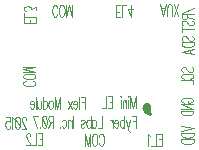
<source format=gbo>
G04 DipTrace 2.4.0.2*
%INminiEL.gbo*%
%MOMM*%
%ADD10C,0.25*%
%ADD45O,0.723X0.863*%
%ADD71C,0.111*%
%FSLAX53Y53*%
G04*
G71*
G90*
G75*
G01*
%LNBotSilk*%
%LPD*%
G36*
X23673Y15454D2*
X23056Y16087D1*
X23539Y16434D1*
X23666Y16277D1*
X23673Y15454D1*
G37*
D45*
X23391Y16149D3*
X23676Y15571D2*
D10*
G02X23159Y16074I68J586D01*
G01*
X23689Y15594D2*
G03X23629Y16214I-970J219D01*
G01*
X22003Y16086D2*
D71*
Y17107D1*
X22236Y16086D1*
X22469Y17107D1*
Y16086D1*
X21870Y17107D2*
X21841Y17058D1*
X21811Y17107D1*
X21841Y17156D1*
X21870Y17107D1*
X21841Y16766D2*
Y16086D1*
X21678Y16766D2*
Y16086D1*
Y16572D2*
X21590Y16718D1*
X21531Y16766D1*
X21445D1*
X21386Y16718D1*
X21357Y16572D1*
Y16086D1*
X21224Y17107D2*
X21195Y17058D1*
X21165Y17107D1*
X21195Y17156D1*
X21224Y17107D1*
X21195Y16766D2*
Y16086D1*
X20115Y17107D2*
X20494D1*
Y16086D1*
X20115D1*
X20494Y16620D2*
X20261D1*
X19982Y17107D2*
Y16086D1*
X19632D1*
X17797Y17083D2*
X18176D1*
Y16062D1*
Y16597D2*
X17943D1*
X17664Y17083D2*
Y16062D1*
X17530Y16451D2*
X17181D1*
Y16548D1*
X17210Y16646D1*
X17238Y16694D1*
X17297Y16743D1*
X17385D1*
X17443Y16694D1*
X17501Y16597D1*
X17530Y16451D1*
Y16354D1*
X17501Y16208D1*
X17443Y16112D1*
X17385Y16062D1*
X17297D1*
X17238Y16112D1*
X17181Y16208D1*
X17047Y16743D2*
X16726Y16062D1*
Y16743D2*
X17047Y16062D1*
X15589D2*
Y17083D1*
X15822Y16062D1*
X16055Y17083D1*
Y16062D1*
X15310Y16743D2*
X15368Y16694D1*
X15427Y16597D1*
X15456Y16451D1*
Y16354D1*
X15427Y16208D1*
X15368Y16112D1*
X15310Y16062D1*
X15223D1*
X15164Y16112D1*
X15106Y16208D1*
X15076Y16354D1*
Y16451D1*
X15106Y16597D1*
X15164Y16694D1*
X15223Y16743D1*
X15310D1*
X14593Y17083D2*
Y16062D1*
Y16597D2*
X14651Y16694D1*
X14710Y16743D1*
X14798D1*
X14856Y16694D1*
X14914Y16597D1*
X14943Y16451D1*
Y16354D1*
X14914Y16208D1*
X14856Y16112D1*
X14798Y16062D1*
X14710D1*
X14651Y16112D1*
X14593Y16208D1*
X14460Y16743D2*
Y16256D1*
X14431Y16112D1*
X14372Y16062D1*
X14285D1*
X14227Y16112D1*
X14139Y16256D1*
Y16743D2*
Y16062D1*
X14006Y17083D2*
Y16062D1*
X13873Y16451D2*
X13523D1*
Y16548D1*
X13552Y16646D1*
X13581Y16694D1*
X13640Y16743D1*
X13727D1*
X13785Y16694D1*
X13844Y16597D1*
X13873Y16451D1*
Y16354D1*
X13844Y16208D1*
X13785Y16112D1*
X13727Y16062D1*
X13640D1*
X13581Y16112D1*
X13523Y16208D1*
X15463Y14978D2*
X15201D1*
X15113Y15028D1*
X15083Y15076D1*
X15054Y15173D1*
Y15270D1*
X15083Y15367D1*
X15113Y15416D1*
X15201Y15465D1*
X15463D1*
Y14444D1*
X15259Y14978D2*
X15054Y14444D1*
X14746Y15464D2*
X14833Y15415D1*
X14892Y15269D1*
X14921Y15027D1*
Y14881D1*
X14892Y14638D1*
X14833Y14492D1*
X14746Y14444D1*
X14688D1*
X14600Y14492D1*
X14542Y14638D1*
X14513Y14881D1*
Y15027D1*
X14542Y15269D1*
X14600Y15415D1*
X14688Y15464D1*
X14746D1*
X14542Y15269D2*
X14892Y14638D1*
X14350Y14542D2*
X14379Y14492D1*
X14350Y14444D1*
X14321Y14492D1*
X14350Y14542D1*
X14071Y14444D2*
X13779Y15464D1*
X14187D1*
X13174Y15151D2*
Y15199D1*
X13145Y15297D1*
X13116Y15345D1*
X13057Y15393D1*
X12941D1*
X12883Y15345D1*
X12854Y15297D1*
X12824Y15199D1*
Y15102D1*
X12854Y15005D1*
X12912Y14860D1*
X13204Y14374D1*
X12795D1*
X12487Y15393D2*
X12574Y15345D1*
X12633Y15199D1*
X12662Y14956D1*
Y14810D1*
X12633Y14568D1*
X12574Y14422D1*
X12487Y14374D1*
X12429D1*
X12341Y14422D1*
X12283Y14568D1*
X12254Y14810D1*
Y14956D1*
X12283Y15199D1*
X12341Y15345D1*
X12429Y15393D1*
X12487D1*
X12283Y15199D2*
X12633Y14568D1*
X12120Y15199D2*
X12062Y15248D1*
X11974Y15393D1*
Y14374D1*
X11491Y15393D2*
X11782D1*
X11811Y14956D1*
X11782Y15005D1*
X11695Y15054D1*
X11608D1*
X11520Y15005D1*
X11461Y14908D1*
X11432Y14762D1*
Y14666D1*
X11461Y14520D1*
X11520Y14422D1*
X11608Y14374D1*
X11695D1*
X11782Y14422D1*
X11811Y14471D1*
X11841Y14568D1*
X22122Y15479D2*
X22501D1*
Y14458D1*
Y14993D2*
X22268D1*
X21959Y15139D2*
X21785Y14458D1*
X21843Y14264D1*
X21901Y14166D1*
X21959Y14118D1*
X21989D1*
X21609Y15139D2*
X21785Y14458D1*
X21476Y15479D2*
Y14458D1*
Y14993D2*
X21417Y15090D1*
X21359Y15139D1*
X21272D1*
X21214Y15090D1*
X21155Y14993D1*
X21126Y14847D1*
Y14750D1*
X21155Y14604D1*
X21214Y14507D1*
X21272Y14458D1*
X21359D1*
X21417Y14507D1*
X21476Y14604D1*
X20993Y14847D2*
X20643D1*
Y14944D1*
X20672Y15042D1*
X20701Y15090D1*
X20760Y15139D1*
X20847D1*
X20905Y15090D1*
X20964Y14993D1*
X20993Y14847D1*
Y14750D1*
X20964Y14604D1*
X20905Y14507D1*
X20847Y14458D1*
X20760D1*
X20701Y14507D1*
X20643Y14604D1*
X20510Y15139D2*
Y14458D1*
Y14847D2*
X20480Y14993D1*
X20422Y15090D1*
X20364Y15139D1*
X20276D1*
X19605Y15479D2*
Y14458D1*
X19255D1*
X18772Y15139D2*
Y14458D1*
Y14993D2*
X18830Y15090D1*
X18889Y15139D1*
X18976D1*
X19034Y15090D1*
X19092Y14993D1*
X19122Y14847D1*
Y14750D1*
X19092Y14604D1*
X19034Y14507D1*
X18976Y14458D1*
X18889D1*
X18830Y14507D1*
X18772Y14604D1*
X18639Y15479D2*
Y14458D1*
Y14993D2*
X18580Y15090D1*
X18522Y15139D1*
X18435D1*
X18377Y15090D1*
X18318Y14993D1*
X18289Y14847D1*
Y14750D1*
X18318Y14604D1*
X18377Y14507D1*
X18435Y14458D1*
X18522D1*
X18580Y14507D1*
X18639Y14604D1*
X17835Y14993D2*
X17864Y15090D1*
X17952Y15139D1*
X18039D1*
X18127Y15090D1*
X18156Y14993D1*
X18127Y14896D1*
X18068Y14847D1*
X17923Y14798D1*
X17864Y14750D1*
X17835Y14652D1*
Y14604D1*
X17864Y14507D1*
X17952Y14458D1*
X18039D1*
X18127Y14507D1*
X18156Y14604D1*
X17164Y15479D2*
Y14458D1*
X17031Y15139D2*
Y14458D1*
Y14944D2*
X16943Y15090D1*
X16885Y15139D1*
X16798D1*
X16739Y15090D1*
X16710Y14944D1*
Y14458D1*
X16226Y14993D2*
X16285Y15090D1*
X16344Y15139D1*
X16431D1*
X16489Y15090D1*
X16547Y14993D1*
X16577Y14847D1*
Y14750D1*
X16547Y14604D1*
X16489Y14507D1*
X16431Y14458D1*
X16344D1*
X16285Y14507D1*
X16226Y14604D1*
X16064Y14556D2*
X16093Y14506D1*
X16064Y14458D1*
X16034Y14506D1*
X16064Y14556D1*
X26340Y14633D2*
X27361Y14400D1*
X26340Y14167D1*
Y14033D2*
X27361D1*
Y13829D1*
X27311Y13742D1*
X27215Y13683D1*
X27117Y13654D1*
X26972Y13625D1*
X26729D1*
X26583Y13654D1*
X26486Y13683D1*
X26388Y13742D1*
X26340Y13829D1*
Y14033D1*
Y13492D2*
X27361D1*
Y13288D1*
X27311Y13200D1*
X27215Y13141D1*
X27117Y13112D1*
X26972Y13083D1*
X26729D1*
X26583Y13112D1*
X26486Y13141D1*
X26388Y13200D1*
X26340Y13288D1*
Y13492D1*
X26539Y16576D2*
X26443Y16605D1*
X26345Y16663D1*
X26297Y16721D1*
Y16838D1*
X26345Y16896D1*
X26443Y16954D1*
X26539Y16984D1*
X26685Y17013D1*
X26929D1*
X27074Y16984D1*
X27171Y16954D1*
X27268Y16896D1*
X27317Y16838D1*
Y16721D1*
X27268Y16663D1*
X27171Y16605D1*
X27074Y16576D1*
X26929D1*
Y16721D1*
X26297Y16034D2*
X27317D1*
X26297Y16442D1*
X27317D1*
X26297Y15901D2*
X27317D1*
Y15696D1*
X27268Y15609D1*
X27171Y15550D1*
X27074Y15521D1*
X26929Y15492D1*
X26685D1*
X26539Y15521D1*
X26443Y15550D1*
X26345Y15609D1*
X26297Y15696D1*
Y15901D1*
X26470Y19178D2*
X26372Y19236D1*
X26324Y19323D1*
Y19440D1*
X26372Y19527D1*
X26470Y19586D1*
X26567D1*
X26664Y19556D1*
X26713Y19527D1*
X26761Y19469D1*
X26859Y19294D1*
X26907Y19236D1*
X26956Y19207D1*
X27053Y19178D1*
X27199D1*
X27296Y19236D1*
X27345Y19323D1*
Y19440D1*
X27296Y19527D1*
X27199Y19586D1*
X26567Y18607D2*
X26470Y18636D1*
X26372Y18695D1*
X26324Y18753D1*
Y18869D1*
X26372Y18928D1*
X26470Y18986D1*
X26567Y19015D1*
X26713Y19044D1*
X26956D1*
X27101Y19015D1*
X27199Y18986D1*
X27296Y18928D1*
X27345Y18869D1*
Y18753D1*
X27296Y18695D1*
X27199Y18636D1*
X27101Y18607D1*
X26324Y18474D2*
X27345D1*
Y18124D1*
X26510Y21816D2*
X26413Y21874D1*
X26364Y21962D1*
Y22078D1*
X26413Y22166D1*
X26510Y22225D1*
X26607D1*
X26705Y22195D1*
X26753Y22166D1*
X26801Y22108D1*
X26899Y21933D1*
X26947Y21874D1*
X26997Y21845D1*
X27093Y21816D1*
X27239D1*
X27336Y21874D1*
X27385Y21962D1*
Y22078D1*
X27336Y22166D1*
X27239Y22225D1*
X26364Y21683D2*
X27385D1*
Y21479D1*
X27336Y21391D1*
X27239Y21333D1*
X27141Y21304D1*
X26997Y21275D1*
X26753D1*
X26607Y21304D1*
X26510Y21333D1*
X26413Y21391D1*
X26364Y21479D1*
Y21683D1*
X27385Y20674D2*
X26364Y20908D1*
X27385Y21141D1*
X27045Y21054D2*
Y20762D1*
X27373Y24610D2*
X26353Y24201D1*
X26838Y24068D2*
Y23806D1*
X26789Y23718D1*
X26740Y23689D1*
X26644Y23660D1*
X26546D1*
X26450Y23689D1*
X26400Y23718D1*
X26352Y23806D1*
Y24068D1*
X27373D1*
X26838Y23864D2*
X27373Y23660D1*
X26498Y23118D2*
X26400Y23176D1*
X26352Y23264D1*
Y23380D1*
X26400Y23468D1*
X26498Y23526D1*
X26594D1*
X26692Y23497D1*
X26740Y23468D1*
X26789Y23410D1*
X26886Y23235D1*
X26935Y23176D1*
X26984Y23147D1*
X27081Y23118D1*
X27227D1*
X27323Y23176D1*
X27373Y23264D1*
Y23380D1*
X27323Y23468D1*
X27227Y23526D1*
X26352Y22781D2*
X27373D1*
X26352Y22985D2*
Y22576D1*
X24999Y24895D2*
X24765Y23874D1*
X24532Y24895D1*
X24619Y24554D2*
X24911D1*
X25132Y23874D2*
Y24603D1*
X25161Y24749D1*
X25219Y24845D1*
X25307Y24895D1*
X25365D1*
X25453Y24845D1*
X25511Y24749D1*
X25540Y24603D1*
Y23874D1*
X25674D2*
X26082Y24895D1*
Y23874D2*
X25674Y24895D1*
X24278Y13958D2*
X24656D1*
Y12937D1*
X24278D1*
X24656Y13472D2*
X24423D1*
X24144Y13958D2*
Y12937D1*
X23795D1*
X23661Y13763D2*
X23603Y13812D1*
X23515Y13957D1*
Y12937D1*
X14184Y14009D2*
X14563D1*
Y12988D1*
X14184D1*
X14563Y13523D2*
X14330D1*
X14051Y14009D2*
Y12988D1*
X13701D1*
X13538Y13765D2*
Y13814D1*
X13509Y13911D1*
X13480Y13960D1*
X13421Y14008D1*
X13305D1*
X13247Y13960D1*
X13218Y13911D1*
X13188Y13814D1*
Y13717D1*
X13218Y13619D1*
X13276Y13475D1*
X13568Y12988D1*
X13159D1*
X14013Y23721D2*
Y23342D1*
X12992D1*
Y23721D1*
X13526Y23342D2*
Y23575D1*
X14013Y23854D2*
X12992D1*
Y24204D1*
X14012Y24396D2*
Y24716D1*
X13623Y24541D1*
Y24629D1*
X13575Y24687D1*
X13526Y24716D1*
X13380Y24745D1*
X13284D1*
X13138Y24716D1*
X13040Y24658D1*
X12992Y24570D1*
Y24483D1*
X13040Y24396D1*
X13090Y24367D1*
X13186Y24337D1*
X21166Y23802D2*
X20787D1*
Y24823D1*
X21166D1*
X20787Y24289D2*
X21020D1*
X21299Y23802D2*
Y24823D1*
X21649D1*
X22074D2*
Y23804D1*
X21782Y24483D1*
X22219D1*
X19353Y13706D2*
X19382Y13803D1*
X19441Y13900D1*
X19499Y13949D1*
X19615D1*
X19674Y13900D1*
X19732Y13803D1*
X19761Y13706D1*
X19790Y13560D1*
Y13316D1*
X19761Y13171D1*
X19732Y13074D1*
X19674Y12977D1*
X19615Y12928D1*
X19499D1*
X19441Y12977D1*
X19382Y13074D1*
X19353Y13171D1*
X19045Y13949D2*
X19103Y13900D1*
X19161Y13803D1*
X19191Y13706D1*
X19220Y13560D1*
Y13316D1*
X19191Y13171D1*
X19161Y13074D1*
X19103Y12977D1*
X19045Y12928D1*
X18928D1*
X18870Y12977D1*
X18811Y13074D1*
X18782Y13171D1*
X18753Y13316D1*
Y13560D1*
X18782Y13706D1*
X18811Y13803D1*
X18870Y13900D1*
X18928Y13949D1*
X19045D1*
X18154Y12928D2*
Y13949D1*
X18387Y12928D1*
X18620Y13949D1*
Y12928D1*
X13737Y18436D2*
X13833Y18407D1*
X13931Y18348D1*
X13979Y18290D1*
Y18173D1*
X13931Y18115D1*
X13833Y18057D1*
X13737Y18027D1*
X13591Y17998D1*
X13347D1*
X13202Y18027D1*
X13104Y18057D1*
X13008Y18115D1*
X12958Y18173D1*
Y18290D1*
X13008Y18348D1*
X13104Y18407D1*
X13202Y18436D1*
X13979Y18744D2*
X13931Y18686D1*
X13833Y18628D1*
X13737Y18598D1*
X13591Y18569D1*
X13347D1*
X13202Y18598D1*
X13104Y18628D1*
X13008Y18686D1*
X12958Y18744D1*
Y18861D1*
X13008Y18919D1*
X13104Y18977D1*
X13202Y19006D1*
X13347Y19035D1*
X13591D1*
X13737Y19006D1*
X13833Y18977D1*
X13931Y18919D1*
X13979Y18861D1*
Y18744D1*
X12958Y19635D2*
X13979D1*
X12958Y19402D1*
X13979Y19169D1*
X12958D1*
X15840Y24081D2*
X15811Y23985D1*
X15753Y23887D1*
X15695Y23839D1*
X15578D1*
X15519Y23887D1*
X15462Y23985D1*
X15432Y24081D1*
X15403Y24227D1*
Y24471D1*
X15432Y24616D1*
X15462Y24714D1*
X15519Y24810D1*
X15578Y24860D1*
X15695D1*
X15753Y24810D1*
X15811Y24714D1*
X15840Y24616D1*
X16149Y23839D2*
X16090Y23887D1*
X16032Y23985D1*
X16003Y24081D1*
X15974Y24227D1*
Y24471D1*
X16003Y24616D1*
X16032Y24714D1*
X16090Y24810D1*
X16149Y24860D1*
X16265D1*
X16323Y24810D1*
X16382Y24714D1*
X16411Y24616D1*
X16440Y24471D1*
Y24227D1*
X16411Y24081D1*
X16382Y23985D1*
X16323Y23887D1*
X16265Y23839D1*
X16149D1*
X17039Y24860D2*
Y23839D1*
X16806Y24860D1*
X16573Y23839D1*
Y24860D1*
M02*

</source>
